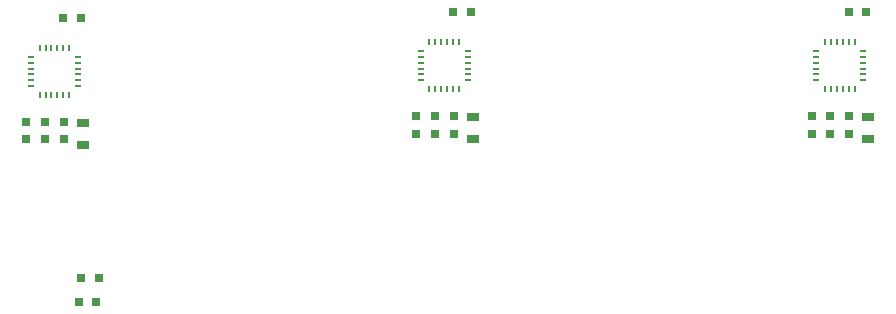
<source format=gtp>
G04 #@! TF.FileFunction,Paste,Top*
%FSLAX46Y46*%
G04 Gerber Fmt 4.6, Leading zero omitted, Abs format (unit mm)*
G04 Created by KiCad (PCBNEW 4.0.7) date 11/21/18 11:39:18*
%MOMM*%
%LPD*%
G01*
G04 APERTURE LIST*
%ADD10C,0.150000*%
%ADD11R,1.117600X0.711200*%
%ADD12O,0.640080X0.199136*%
%ADD13O,0.199136X0.640080*%
%ADD14R,0.800608X0.719328*%
%ADD15R,0.719328X0.800608*%
G04 APERTURE END LIST*
D10*
D11*
X85400000Y-115347500D03*
X85400000Y-117252500D03*
D12*
X81001020Y-109750320D03*
X81001020Y-110250700D03*
X81001020Y-110751080D03*
X81001020Y-111248920D03*
X81001020Y-111749300D03*
X81001020Y-112249680D03*
D13*
X81750320Y-112998980D03*
X82250700Y-112998980D03*
X82751080Y-112998980D03*
X83248920Y-112998980D03*
X83749300Y-112998980D03*
X84249680Y-112998980D03*
D12*
X84998980Y-112249680D03*
X84998980Y-111749300D03*
X84998980Y-111248920D03*
X84998980Y-110751080D03*
X84998980Y-110250700D03*
X84998980Y-109750320D03*
D13*
X84249680Y-109001020D03*
X83749300Y-109001020D03*
X83248920Y-109001020D03*
X82751080Y-109001020D03*
X82250700Y-109001020D03*
X81750320Y-109001020D03*
D14*
X83800000Y-116751840D03*
X83800000Y-115248160D03*
X82200000Y-116751840D03*
X82200000Y-115248160D03*
D15*
X85251840Y-106500000D03*
X83748160Y-106500000D03*
D14*
X80600000Y-116751840D03*
X80600000Y-115248160D03*
D15*
X86751840Y-128500000D03*
X85248160Y-128500000D03*
X86551840Y-130500000D03*
X85048160Y-130500000D03*
D14*
X147100000Y-116251840D03*
X147100000Y-114748160D03*
D15*
X151751840Y-106000000D03*
X150248160Y-106000000D03*
D14*
X148700000Y-116251840D03*
X148700000Y-114748160D03*
X150300000Y-116251840D03*
X150300000Y-114748160D03*
D12*
X147501020Y-109250320D03*
X147501020Y-109750700D03*
X147501020Y-110251080D03*
X147501020Y-110748920D03*
X147501020Y-111249300D03*
X147501020Y-111749680D03*
D13*
X148250320Y-112498980D03*
X148750700Y-112498980D03*
X149251080Y-112498980D03*
X149748920Y-112498980D03*
X150249300Y-112498980D03*
X150749680Y-112498980D03*
D12*
X151498980Y-111749680D03*
X151498980Y-111249300D03*
X151498980Y-110748920D03*
X151498980Y-110251080D03*
X151498980Y-109750700D03*
X151498980Y-109250320D03*
D13*
X150749680Y-108501020D03*
X150249300Y-108501020D03*
X149748920Y-108501020D03*
X149251080Y-108501020D03*
X148750700Y-108501020D03*
X148250320Y-108501020D03*
D11*
X151900000Y-114847500D03*
X151900000Y-116752500D03*
D14*
X113600000Y-116251840D03*
X113600000Y-114748160D03*
D15*
X118251840Y-106000000D03*
X116748160Y-106000000D03*
D14*
X115200000Y-116251840D03*
X115200000Y-114748160D03*
X116800000Y-116251840D03*
X116800000Y-114748160D03*
D12*
X114001020Y-109250320D03*
X114001020Y-109750700D03*
X114001020Y-110251080D03*
X114001020Y-110748920D03*
X114001020Y-111249300D03*
X114001020Y-111749680D03*
D13*
X114750320Y-112498980D03*
X115250700Y-112498980D03*
X115751080Y-112498980D03*
X116248920Y-112498980D03*
X116749300Y-112498980D03*
X117249680Y-112498980D03*
D12*
X117998980Y-111749680D03*
X117998980Y-111249300D03*
X117998980Y-110748920D03*
X117998980Y-110251080D03*
X117998980Y-109750700D03*
X117998980Y-109250320D03*
D13*
X117249680Y-108501020D03*
X116749300Y-108501020D03*
X116248920Y-108501020D03*
X115751080Y-108501020D03*
X115250700Y-108501020D03*
X114750320Y-108501020D03*
D11*
X118400000Y-114847500D03*
X118400000Y-116752500D03*
M02*

</source>
